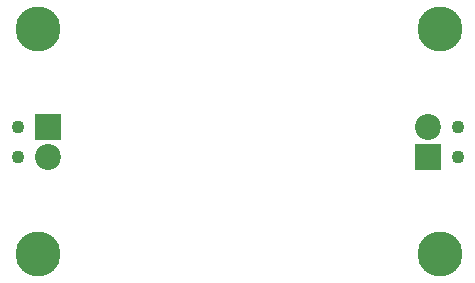
<source format=gbr>
%TF.GenerationSoftware,KiCad,Pcbnew,8.0.1*%
%TF.CreationDate,2025-05-13T16:21:41+05:45*%
%TF.ProjectId,12V-5V_buck_converter,3132562d-3556-45f6-9275-636b5f636f6e,rev?*%
%TF.SameCoordinates,Original*%
%TF.FileFunction,Soldermask,Bot*%
%TF.FilePolarity,Negative*%
%FSLAX46Y46*%
G04 Gerber Fmt 4.6, Leading zero omitted, Abs format (unit mm)*
G04 Created by KiCad (PCBNEW 8.0.1) date 2025-05-13 16:21:41*
%MOMM*%
%LPD*%
G01*
G04 APERTURE LIST*
%ADD10C,2.600000*%
%ADD11C,3.800000*%
%ADD12C,1.100000*%
%ADD13R,2.200000X2.200000*%
%ADD14C,2.200000*%
G04 APERTURE END LIST*
D10*
%TO.C,H3*%
X51000000Y-36000000D03*
D11*
X51000000Y-36000000D03*
%TD*%
D12*
%TO.C,J2*%
X15260000Y-25230000D03*
X15260000Y-27770000D03*
D13*
X17800000Y-25230000D03*
D14*
X17800000Y-27770000D03*
%TD*%
D10*
%TO.C,H2*%
X17000000Y-36000000D03*
D11*
X17000000Y-36000000D03*
%TD*%
D10*
%TO.C,H1*%
X17000000Y-17000000D03*
D11*
X17000000Y-17000000D03*
%TD*%
D10*
%TO.C,H4*%
X51000000Y-17000000D03*
D11*
X51000000Y-17000000D03*
%TD*%
D12*
%TO.C,J1*%
X52500000Y-27770000D03*
X52500000Y-25230000D03*
D13*
X49960000Y-27770000D03*
D14*
X49960000Y-25230000D03*
%TD*%
M02*

</source>
